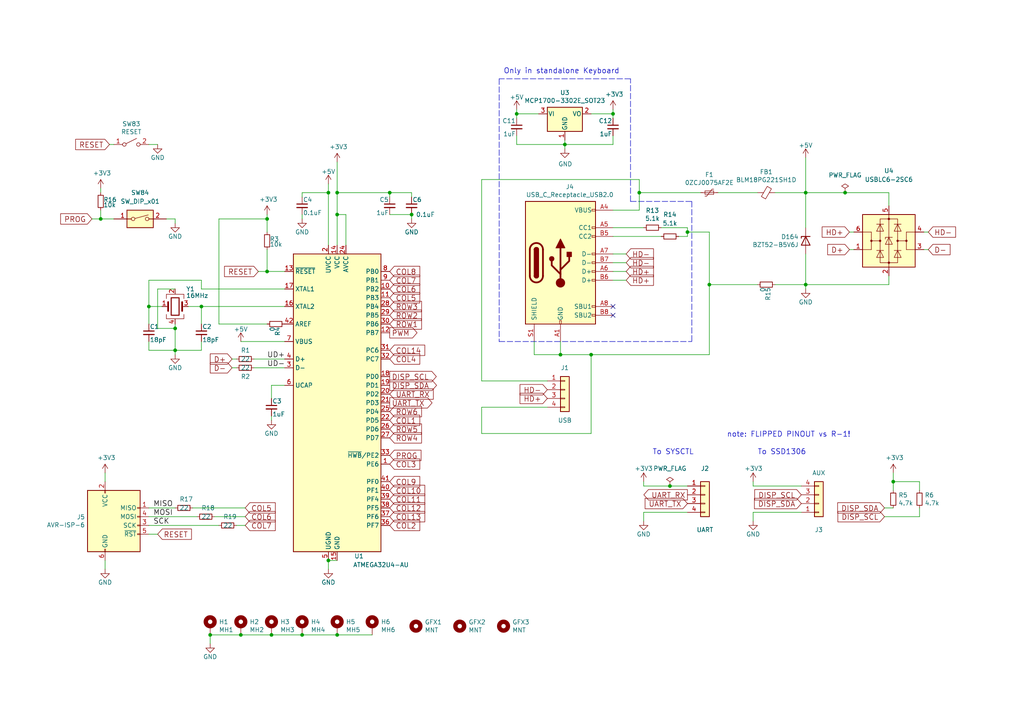
<source format=kicad_sch>
(kicad_sch (version 20211123) (generator eeschema)
  (paper "A4")
  (title_block (title "MNT Reform 2 Keyboard") (date "2022-03-03") (rev "2.0R-2") (company "Copyright 2017-2022 MNT Research GmbH") (comment 1 "https://mntre.com") (comment 2 "Engineer: Lukas F. Hartmann") (comment 3 "License: CERN-OHL-S 2.0"))
  (lib_symbols
    (symbol "Connector:AVR-ISP-6" (pin_names (offset 1.016))
      (property "Reference" "J" (at -6.35 11.43 0))
      (property "Value" "AVR-ISP-6" (at 0 11.43 0))
      (symbol "AVR-ISP-6_1_1"
        (pin passive line (at 10.16 5.08 180) (length 2.54) (name "MISO") (number "1"))
        (pin passive line (at -2.54 12.7 270) (length 2.54) (name "VCC") (number "2"))
        (pin passive line (at 10.16 0 180) (length 2.54) (name "SCK") (number "3"))
        (pin passive line (at 10.16 2.54 180) (length 2.54) (name "MOSI") (number "4"))
        (pin passive line (at 10.16 -2.54 180) (length 2.54) (name "~{RST}") (number "5"))
        (pin passive line (at -2.54 -10.16 90) (length 2.54) (name "GND") (number "6"))
      )
    )
    (symbol "Connector_Generic:Conn_01x04" (pin_names (offset 1.016) hide)
      (property "Reference" "J" (at 0 5.08 0))
      (property "Value" "Conn_01x04" (at 0 -7.62 0))
      (symbol "Conn_01x04_1_1"
        (pin passive line (at -5.08 2.54 0) (length 3.81) (name "Pin_1") (number "1"))
        (pin passive line (at -5.08 0 0) (length 3.81) (name "Pin_2") (number "2"))
        (pin passive line (at -5.08 -2.54 0) (length 3.81) (name "Pin_3") (number "3"))
        (pin passive line (at -5.08 -5.08 0) (length 3.81) (name "Pin_4") (number "4"))
      )
    )
    (symbol "Device:C_Small" (pin_numbers hide) (pin_names (offset 0.254) hide)
      (property "Reference" "C" (at 0.254 1.778 0))
      (property "Value" "C_Small" (at 0.254 -2.032 0))
      (symbol "C_Small_1_1"
        (pin passive line (at 0 2.54 270) (length 2.032) (name "~") (number "1"))
        (pin passive line (at 0 -2.54 90) (length 2.032) (name "~") (number "2"))
      )
    )
    (symbol "Device:Crystal_GND24" (pin_names (offset 1.016) hide)
      (property "Reference" "Y" (at 3.175 5.08 0))
      (property "Value" "Crystal_GND24" (at 3.175 3.175 0))
      (symbol "Crystal_GND24_1_1"
        (pin passive line (at -3.81 0 0) (length 1.27) (name "1") (number "1"))
        (pin passive line (at 0 5.08 270) (length 1.27) (name "2") (number "2"))
        (pin passive line (at 3.81 0 180) (length 1.27) (name "3") (number "3"))
        (pin passive line (at 0 -5.08 90) (length 1.27) (name "4") (number "4"))
      )
    )
    (symbol "Device:FerriteBead_Small" (pin_numbers hide) (pin_names (offset 0))
      (property "Reference" "FB" (at 1.905 1.27 0))
      (property "Value" "FerriteBead_Small" (at 1.905 -1.27 0))
      (symbol "FerriteBead_Small_1_1"
        (pin passive line (at 0 2.54 270) (length 1.27) (name "~") (number "1"))
        (pin passive line (at 0 -2.54 90) (length 1.27) (name "~") (number "2"))
      )
    )
    (symbol "Device:Polyfuse_Small" (pin_numbers hide) (pin_names (offset 0))
      (property "Reference" "F" (at -1.905 0 90))
      (property "Value" "Polyfuse_Small" (at 1.905 0 90))
      (symbol "Polyfuse_Small_1_1"
        (pin passive line (at 0 2.54 270) (length 0.635) (name "~") (number "1"))
        (pin passive line (at 0 -2.54 90) (length 0.635) (name "~") (number "2"))
      )
    )
    (symbol "Device:R_Small" (pin_numbers hide) (pin_names (offset 0.254) hide)
      (property "Reference" "R" (at 0.762 0.508 0))
      (property "Value" "R_Small" (at 0.762 -1.016 0))
      (symbol "R_Small_1_1"
        (pin passive line (at 0 2.54 270) (length 0.762) (name "~") (number "1"))
        (pin passive line (at 0 -2.54 90) (length 0.762) (name "~") (number "2"))
      )
    )
    (symbol "Diode:BZT52Bxx" (pin_numbers hide) (pin_names hide)
      (property "Reference" "D" (at 0 2.54 0))
      (property "Value" "BZT52Bxx" (at 0 -2.54 0))
      (symbol "BZT52Bxx_1_1"
        (pin passive line (at -3.81 0 0) (length 2.54) (name "K") (number "1"))
        (pin passive line (at 3.81 0 180) (length 2.54) (name "A") (number "2"))
      )
    )
    (symbol "Mechanical:MountingHole" (pin_names (offset 1.016))
      (property "Reference" "H" (at 0 5.08 0))
      (property "Value" "MountingHole" (at 0 3.175 0))
    )
    (symbol "Mechanical:MountingHole_Pad" (pin_numbers hide) (pin_names (offset 1.016) hide)
      (property "Reference" "H" (at 0 6.35 0))
      (property "Value" "MountingHole_Pad" (at 0 4.445 0))
      (symbol "MountingHole_Pad_1_1"
        (pin input line (at 0 -2.54 90) (length 2.54) (name "1") (number "1"))
      )
    )
    (symbol "Power_Protection:USBLC6-2SC6" (pin_names hide)
      (property "Reference" "U" (at 2.54 8.89 0))
      (property "Value" "USBLC6-2SC6" (at 2.54 -8.89 0))
      (symbol "USBLC6-2SC6_1_1"
        (pin passive line (at -10.16 -2.54 0) (length 2.54) (name "I/O1") (number "1"))
        (pin passive line (at 0 -10.16 90) (length 2.54) (name "GND") (number "2"))
        (pin passive line (at 10.16 -2.54 180) (length 2.54) (name "I/O2") (number "3"))
        (pin passive line (at 10.16 2.54 180) (length 2.54) (name "I/O2") (number "4"))
        (pin passive line (at 0 10.16 270) (length 2.54) (name "VBUS") (number "5"))
        (pin passive line (at -10.16 2.54 0) (length 2.54) (name "I/O1") (number "6"))
      )
    )
    (symbol "Regulator_Linear:MCP1700-3302E_SOT23" (pin_names (offset 0.254))
      (property "Reference" "U" (at -3.81 3.175 0))
      (property "Value" "MCP1700-3302E_SOT23" (at 0 3.175 0))
      (symbol "MCP1700-3302E_SOT23_1_1"
        (pin power_in line (at 0 -7.62 90) (length 2.54) (name "GND") (number "1"))
        (pin power_out line (at 7.62 0 180) (length 2.54) (name "VO") (number "2"))
        (pin power_in line (at -7.62 0 0) (length 2.54) (name "VI") (number "3"))
      )
    )
    (symbol "Switch:SW_DIP_x01" (pin_names (offset 0) hide)
      (property "Reference" "SW" (at 0 3.81 0))
      (property "Value" "SW_DIP_x01" (at 0 -3.81 0))
      (symbol "SW_DIP_x01_1_1"
        (pin passive line (at -7.62 0 0) (length 5.08) (name "~") (number "1"))
        (pin passive line (at 7.62 0 180) (length 5.08) (name "~") (number "2"))
      )
    )
    (symbol "Switch:SW_SPST" (pin_names (offset 0) hide)
      (property "Reference" "SW" (at 0 3.175 0))
      (property "Value" "SW_SPST" (at 0 -2.54 0))
      (symbol "SW_SPST_1_1"
        (pin passive line (at -5.08 0 0) (length 2.54) (name "A") (number "1"))
        (pin passive line (at 5.08 0 180) (length 2.54) (name "B") (number "2"))
      )
    )
    (symbol "power:+3V3" (power) (pin_names (offset 0))
      (property "Value" "+3V3" (at 0 3.556 0))
      (symbol "+3V3_1_1"
        (pin power_in line (at 0 0 90) (length 0) hide (name "+3V3") (number "1"))
      )
    )
    (symbol "power:+5V" (power) (pin_names (offset 0))
      (property "Value" "+5V" (at 0 3.556 0))
      (symbol "+5V_1_1"
        (pin power_in line (at 0 0 90) (length 0) hide (name "+5V") (number "1"))
      )
    )
    (symbol "power:GND" (power) (pin_names (offset 0))
      (property "Value" "GND" (at 0 -3.81 0))
      (symbol "GND_1_1"
        (pin power_in line (at 0 0 270) (length 0) hide (name "GND") (number "1"))
      )
    )
    (symbol "power:PWR_FLAG" (power) (pin_numbers hide) (pin_names (offset 0) hide)
      (property "Value" "PWR_FLAG" (at 0 3.81 0))
      (symbol "PWR_FLAG_0_0"
        (pin power_out line (at 0 0 90) (length 0) (name "pwr") (number "1"))
      )
    )
    (symbol "reform2-keyboard-rescue:ATmega32U4-AU-MCU_Microchip_ATmega"
      (property "Reference" "U" (at -12.7 44.45 0))
      (property "Value" "ATmega32U4-AU-MCU_Microchip_ATmega" (at 2.54 -44.45 0))
      (symbol "ATmega32U4-AU-MCU_Microchip_ATmega_1_1"
        (pin tri_state line (at 15.24 -17.78 180) (length 2.54) (name "PE6") (number "1"))
        (pin tri_state line (at 15.24 33.02 180) (length 2.54) (name "PB2") (number "10"))
        (pin tri_state line (at 15.24 30.48 180) (length 2.54) (name "PB3") (number "11"))
        (pin tri_state line (at 15.24 20.32 180) (length 2.54) (name "PB7") (number "12"))
        (pin input line (at -15.24 38.1 0) (length 2.54) (name "~{RESET}") (number "13"))
        (pin power_in line (at 0 45.72 270) (length 2.54) (name "VCC") (number "14"))
        (pin power_in line (at 0 -45.72 90) (length 2.54) (name "GND") (number "15"))
        (pin output line (at -15.24 27.94 0) (length 2.54) (name "XTAL2") (number "16"))
        (pin input line (at -15.24 33.02 0) (length 2.54) (name "XTAL1") (number "17"))
        (pin tri_state line (at 15.24 7.62 180) (length 2.54) (name "PD0") (number "18"))
        (pin tri_state line (at 15.24 5.08 180) (length 2.54) (name "PD1") (number "19"))
        (pin power_in line (at -2.54 45.72 270) (length 2.54) (name "UVCC") (number "2"))
        (pin tri_state line (at 15.24 2.54 180) (length 2.54) (name "PD2") (number "20"))
        (pin tri_state line (at 15.24 0 180) (length 2.54) (name "PD3") (number "21"))
        (pin tri_state line (at 15.24 -5.08 180) (length 2.54) (name "PD5") (number "22"))
        (pin passive line (at 0 -45.72 90) (length 2.54) hide (name "GND") (number "23"))
        (pin power_in line (at 2.54 45.72 270) (length 2.54) (name "AVCC") (number "24"))
        (pin tri_state line (at 15.24 -2.54 180) (length 2.54) (name "PD4") (number "25"))
        (pin tri_state line (at 15.24 -7.62 180) (length 2.54) (name "PD6") (number "26"))
        (pin tri_state line (at 15.24 -10.16 180) (length 2.54) (name "PD7") (number "27"))
        (pin tri_state line (at 15.24 27.94 180) (length 2.54) (name "PB4") (number "28"))
        (pin tri_state line (at 15.24 25.4 180) (length 2.54) (name "PB5") (number "29"))
        (pin bidirectional line (at -15.24 10.16 0) (length 2.54) (name "D-") (number "3"))
        (pin tri_state line (at 15.24 22.86 180) (length 2.54) (name "PB6") (number "30"))
        (pin tri_state line (at 15.24 15.24 180) (length 2.54) (name "PC6") (number "31"))
        (pin tri_state line (at 15.24 12.7 180) (length 2.54) (name "PC7") (number "32"))
        (pin tri_state line (at 15.24 -15.24 180) (length 2.54) (name "~{HWB}/PE2") (number "33"))
        (pin passive line (at 0 45.72 270) (length 2.54) hide (name "VCC") (number "34"))
        (pin passive line (at 0 -45.72 90) (length 2.54) hide (name "GND") (number "35"))
        (pin tri_state line (at 15.24 -35.56 180) (length 2.54) (name "PF7") (number "36"))
        (pin tri_state line (at 15.24 -33.02 180) (length 2.54) (name "PF6") (number "37"))
        (pin tri_state line (at 15.24 -30.48 180) (length 2.54) (name "PF5") (number "38"))
        (pin tri_state line (at 15.24 -27.94 180) (length 2.54) (name "PF4") (number "39"))
        (pin bidirectional line (at -15.24 12.7 0) (length 2.54) (name "D+") (number "4"))
        (pin tri_state line (at 15.24 -25.4 180) (length 2.54) (name "PF1") (number "40"))
        (pin tri_state line (at 15.24 -22.86 180) (length 2.54) (name "PF0") (number "41"))
        (pin passive line (at -15.24 22.86 0) (length 2.54) (name "AREF") (number "42"))
        (pin passive line (at 0 -45.72 90) (length 2.54) hide (name "GND") (number "43"))
        (pin passive line (at 2.54 45.72 270) (length 2.54) hide (name "AVCC") (number "44"))
        (pin passive line (at -2.54 -45.72 90) (length 2.54) (name "UGND") (number "5"))
        (pin passive line (at -15.24 5.08 0) (length 2.54) (name "UCAP") (number "6"))
        (pin input line (at -15.24 17.78 0) (length 2.54) (name "VBUS") (number "7"))
        (pin tri_state line (at 15.24 38.1 180) (length 2.54) (name "PB0") (number "8"))
        (pin tri_state line (at 15.24 35.56 180) (length 2.54) (name "PB1") (number "9"))
      )
    )
    (symbol "reform2-keyboard-rescue:USB_C_Receptacle_USB2.0-Connector" (pin_names (offset 1.016))
      (property "Reference" "J" (at -10.16 19.05 0))
      (property "Value" "USB_C_Receptacle_USB2.0-Connector" (at 19.05 19.05 0))
      (symbol "USB_C_Receptacle_USB2.0-Connector_1_1"
        (pin power_in line (at 0 -22.86 90) (length 5.08) (name "GND") (number "A1"))
        (pin passive line (at 0 -22.86 90) (length 5.08) hide (name "GND") (number "A12"))
        (pin power_in line (at 15.24 15.24 180) (length 5.08) (name "VBUS") (number "A4"))
        (pin bidirectional line (at 15.24 10.16 180) (length 5.08) (name "CC1") (number "A5"))
        (pin bidirectional line (at 15.24 -2.54 180) (length 5.08) (name "D+") (number "A6"))
        (pin bidirectional line (at 15.24 2.54 180) (length 5.08) (name "D-") (number "A7"))
        (pin bidirectional line (at 15.24 -12.7 180) (length 5.08) (name "SBU1") (number "A8"))
        (pin passive line (at 15.24 15.24 180) (length 5.08) hide (name "VBUS") (number "A9"))
        (pin passive line (at 0 -22.86 90) (length 5.08) hide (name "GND") (number "B1"))
        (pin passive line (at 0 -22.86 90) (length 5.08) hide (name "GND") (number "B12"))
        (pin passive line (at 15.24 15.24 180) (length 5.08) hide (name "VBUS") (number "B4"))
        (pin bidirectional line (at 15.24 7.62 180) (length 5.08) (name "CC2") (number "B5"))
        (pin bidirectional line (at 15.24 -5.08 180) (length 5.08) (name "D+") (number "B6"))
        (pin bidirectional line (at 15.24 0 180) (length 5.08) (name "D-") (number "B7"))
        (pin bidirectional line (at 15.24 -15.24 180) (length 5.08) (name "SBU2") (number "B8"))
        (pin passive line (at 15.24 15.24 180) (length 5.08) hide (name "VBUS") (number "B9"))
        (pin passive line (at -7.62 -22.86 90) (length 5.08) (name "SHIELD") (number "S1"))
      )
    )
  )
  (junction (at 119.38 62.23))
  (junction (at 77.47 63.5))
  (junction (at 50.8 101.6))
  (junction (at 78.74 184.15))
  (junction (at 97.79 55.88))
  (junction (at 50.8 95.25))
  (junction (at 162.56 102.87))
  (junction (at 97.79 184.15))
  (junction (at 163.83 41.91))
  (junction (at 95.25 55.88))
  (junction (at 233.68 55.88))
  (junction (at 233.68 82.55))
  (junction (at 177.8 33.02))
  (junction (at 60.96 184.15))
  (junction (at 245.11 55.88))
  (junction (at 171.45 102.87))
  (junction (at 149.86 33.02))
  (junction (at 29.21 63.5))
  (junction (at 97.79 62.23))
  (junction (at 43.18 88.9))
  (junction (at 113.03 55.88))
  (junction (at 205.74 82.55))
  (junction (at 58.42 88.9))
  (junction (at 69.85 184.15))
  (junction (at 95.25 162.56))
  (junction (at 77.47 78.74))
  (junction (at 185.42 55.88))
  (junction (at 259.08 139.7))
  (junction (at 87.63 184.15))
  (junction (at 194.31 140.97))
  (junction (at 199.39 67.31))
  (no_connect (at 177.8 91.44))
  (no_connect (at 177.8 88.9))
  (wire (pts (xy 29.21 63.5) (xy 33.02 63.5)))
  (wire (pts (xy 139.7 118.11) (xy 158.75 118.11)))
  (wire (pts (xy 58.42 81.28) (xy 43.18 81.28)))
  (wire (pts (xy 163.83 41.91) (xy 149.86 41.91)))
  (wire (pts (xy 43.18 149.86) (xy 57.15 149.86)))
  (wire (pts (xy 73.66 106.68) (xy 82.55 106.68)))
  (wire (pts (xy 63.5 93.98) (xy 77.47 93.98)))
  (wire (pts (xy 149.86 33.02) (xy 156.21 33.02)))
  (wire (pts (xy 97.79 162.56) (xy 95.25 162.56)))
  (wire (pts (xy 218.44 148.59) (xy 232.41 148.59)))
  (wire (pts (xy 266.7 147.32) (xy 266.7 149.86)))
  (wire (pts (xy 43.18 152.4) (xy 63.5 152.4)))
  (wire (pts (xy 205.74 102.87) (xy 205.74 82.55)))
  (wire (pts (xy 113.03 55.88) (xy 119.38 55.88)))
  (wire (pts (xy 154.94 102.87) (xy 154.94 99.06)))
  (wire (pts (xy 191.77 66.04) (xy 199.39 66.04)))
  (wire (pts (xy 100.33 62.23) (xy 97.79 62.23)))
  (wire (pts (xy 95.25 55.88) (xy 95.25 71.12)))
  (wire (pts (xy 224.79 82.55) (xy 233.68 82.55)))
  (wire (pts (xy 95.25 162.56) (xy 95.25 165.1)))
  (wire (pts (xy 95.25 55.88) (xy 87.63 55.88)))
  (wire (pts (xy 233.68 55.88) (xy 245.11 55.88)))
  (wire (pts (xy 113.03 57.15) (xy 113.03 55.88)))
  (wire (pts (xy 87.63 63.5) (xy 87.63 62.23)))
  (wire (pts (xy 185.42 55.88) (xy 185.42 60.96)))
  (wire (pts (xy 163.83 40.64) (xy 163.83 41.91)))
  (wire (pts (xy 107.95 184.15) (xy 97.79 184.15)))
  (wire (pts (xy 149.86 31.75) (xy 149.86 33.02)))
  (wire (pts (xy 162.56 102.87) (xy 162.56 99.06)))
  (wire (pts (xy 58.42 88.9) (xy 58.42 93.98)))
  (wire (pts (xy 87.63 57.15) (xy 87.63 55.88)))
  (wire (pts (xy 194.31 140.97) (xy 199.39 140.97)))
  (wire (pts (xy 246.38 67.31) (xy 247.65 67.31)))
  (wire (pts (xy 63.5 63.5) (xy 77.47 63.5)))
  (wire (pts (xy 185.42 55.88) (xy 185.42 52.07)))
  (wire (pts (xy 233.68 73.66) (xy 233.68 82.55)))
  (polyline (pts (xy 182.88 58.42) (xy 182.88 22.86)))
  (wire (pts (xy 50.8 95.25) (xy 50.8 101.6)))
  (wire (pts (xy 205.74 67.31) (xy 205.74 82.55)))
  (wire (pts (xy 186.69 140.97) (xy 194.31 140.97)))
  (wire (pts (xy 233.68 83.82) (xy 233.68 82.55)))
  (wire (pts (xy 181.61 76.2) (xy 177.8 76.2)))
  (wire (pts (xy 58.42 83.82) (xy 58.42 81.28)))
  (wire (pts (xy 139.7 110.49) (xy 158.75 110.49)))
  (wire (pts (xy 119.38 63.5) (xy 119.38 62.23)))
  (wire (pts (xy 97.79 62.23) (xy 97.79 71.12)))
  (wire (pts (xy 45.72 83.82) (xy 45.72 95.25)))
  (polyline (pts (xy 144.78 22.86) (xy 144.78 99.06)))
  (wire (pts (xy 30.48 165.1) (xy 30.48 162.56)))
  (wire (pts (xy 45.72 154.94) (xy 43.18 154.94)))
  (wire (pts (xy 60.96 186.69) (xy 60.96 184.15)))
  (wire (pts (xy 26.67 63.5) (xy 29.21 63.5)))
  (wire (pts (xy 269.24 67.31) (xy 267.97 67.31)))
  (wire (pts (xy 181.61 78.74) (xy 177.8 78.74)))
  (wire (pts (xy 181.61 73.66) (xy 177.8 73.66)))
  (wire (pts (xy 45.72 41.91) (xy 43.18 41.91)))
  (wire (pts (xy 233.68 45.72) (xy 233.68 55.88)))
  (wire (pts (xy 71.12 149.86) (xy 62.23 149.86)))
  (wire (pts (xy 257.81 82.55) (xy 257.81 80.01)))
  (wire (pts (xy 139.7 118.11) (xy 139.7 125.73)))
  (wire (pts (xy 71.12 147.32) (xy 55.88 147.32)))
  (wire (pts (xy 186.69 148.59) (xy 199.39 148.59)))
  (wire (pts (xy 78.74 111.76) (xy 82.55 111.76)))
  (wire (pts (xy 171.45 102.87) (xy 205.74 102.87)))
  (wire (pts (xy 54.61 88.9) (xy 58.42 88.9)))
  (wire (pts (xy 139.7 125.73) (xy 171.45 125.73)))
  (wire (pts (xy 31.75 41.91) (xy 33.02 41.91)))
  (wire (pts (xy 77.47 63.5) (xy 77.47 67.31)))
  (wire (pts (xy 71.12 152.4) (xy 68.58 152.4)))
  (wire (pts (xy 78.74 111.76) (xy 78.74 115.57)))
  (wire (pts (xy 58.42 83.82) (xy 82.55 83.82)))
  (wire (pts (xy 233.68 82.55) (xy 257.81 82.55)))
  (wire (pts (xy 77.47 62.23) (xy 77.47 63.5)))
  (wire (pts (xy 119.38 62.23) (xy 113.03 62.23)))
  (wire (pts (xy 50.8 93.98) (xy 50.8 95.25)))
  (wire (pts (xy 77.47 78.74) (xy 82.55 78.74)))
  (wire (pts (xy 43.18 101.6) (xy 43.18 99.06)))
  (wire (pts (xy 177.8 31.75) (xy 177.8 33.02)))
  (wire (pts (xy 259.08 139.7) (xy 259.08 142.24)))
  (wire (pts (xy 177.8 41.91) (xy 177.8 39.37)))
  (wire (pts (xy 97.79 46.99) (xy 97.79 55.88)))
  (wire (pts (xy 68.58 106.68) (xy 67.31 106.68)))
  (wire (pts (xy 149.86 33.02) (xy 149.86 34.29)))
  (wire (pts (xy 30.48 137.16) (xy 30.48 139.7)))
  (wire (pts (xy 177.8 66.04) (xy 186.69 66.04)))
  (wire (pts (xy 46.99 88.9) (xy 43.18 88.9)))
  (wire (pts (xy 50.8 101.6) (xy 50.8 102.87)))
  (wire (pts (xy 100.33 62.23) (xy 100.33 71.12)))
  (wire (pts (xy 199.39 68.58) (xy 196.85 68.58)))
  (wire (pts (xy 218.44 140.97) (xy 218.44 139.7)))
  (polyline (pts (xy 200.66 58.42) (xy 200.66 99.06)))
  (wire (pts (xy 177.8 33.02) (xy 171.45 33.02)))
  (wire (pts (xy 58.42 101.6) (xy 58.42 99.06)))
  (wire (pts (xy 185.42 60.96) (xy 177.8 60.96)))
  (wire (pts (xy 245.11 55.88) (xy 257.81 55.88)))
  (wire (pts (xy 29.21 54.61) (xy 29.21 55.88)))
  (wire (pts (xy 177.8 68.58) (xy 191.77 68.58)))
  (wire (pts (xy 259.08 137.16) (xy 259.08 139.7)))
  (wire (pts (xy 181.61 81.28) (xy 177.8 81.28)))
  (wire (pts (xy 43.18 101.6) (xy 50.8 101.6)))
  (wire (pts (xy 218.44 151.13) (xy 218.44 148.59)))
  (wire (pts (xy 45.72 95.25) (xy 50.8 95.25)))
  (wire (pts (xy 50.8 63.5) (xy 48.26 63.5)))
  (wire (pts (xy 50.8 101.6) (xy 58.42 101.6)))
  (wire (pts (xy 266.7 149.86) (xy 256.54 149.86)))
  (wire (pts (xy 68.58 104.14) (xy 67.31 104.14)))
  (wire (pts (xy 269.24 72.39) (xy 267.97 72.39)))
  (wire (pts (xy 233.68 55.88) (xy 233.68 66.04)))
  (wire (pts (xy 199.39 67.31) (xy 199.39 68.58)))
  (wire (pts (xy 43.18 147.32) (xy 50.8 147.32)))
  (wire (pts (xy 171.45 125.73) (xy 171.45 102.87)))
  (wire (pts (xy 199.39 66.04) (xy 199.39 67.31)))
  (wire (pts (xy 77.47 72.39) (xy 77.47 78.74)))
  (wire (pts (xy 60.96 184.15) (xy 69.85 184.15)))
  (wire (pts (xy 58.42 88.9) (xy 82.55 88.9)))
  (wire (pts (xy 154.94 102.87) (xy 162.56 102.87)))
  (wire (pts (xy 50.8 64.77) (xy 50.8 63.5)))
  (wire (pts (xy 162.56 102.87) (xy 171.45 102.87)))
  (wire (pts (xy 199.39 67.31) (xy 205.74 67.31)))
  (wire (pts (xy 50.8 83.82) (xy 45.72 83.82)))
  (wire (pts (xy 97.79 55.88) (xy 97.79 62.23)))
  (wire (pts (xy 78.74 121.92) (xy 78.74 120.65)))
  (wire (pts (xy 266.7 139.7) (xy 266.7 142.24)))
  (wire (pts (xy 139.7 52.07) (xy 139.7 110.49)))
  (wire (pts (xy 177.8 34.29) (xy 177.8 33.02)))
  (wire (pts (xy 73.66 104.14) (xy 82.55 104.14)))
  (wire (pts (xy 149.86 41.91) (xy 149.86 39.37)))
  (wire (pts (xy 29.21 60.96) (xy 29.21 63.5)))
  (wire (pts (xy 218.44 140.97) (xy 232.41 140.97)))
  (wire (pts (xy 205.74 82.55) (xy 219.71 82.55)))
  (wire (pts (xy 186.69 151.13) (xy 186.69 148.59)))
  (wire (pts (xy 247.65 72.39) (xy 246.38 72.39)))
  (wire (pts (xy 69.85 99.06) (xy 82.55 99.06)))
  (wire (pts (xy 78.74 184.15) (xy 87.63 184.15)))
  (wire (pts (xy 256.54 147.32) (xy 259.08 147.32)))
  (wire (pts (xy 97.79 184.15) (xy 87.63 184.15)))
  (wire (pts (xy 163.83 41.91) (xy 177.8 41.91)))
  (wire (pts (xy 97.79 55.88) (xy 113.03 55.88)))
  (polyline (pts (xy 182.88 58.42) (xy 200.66 58.42)))
  (wire (pts (xy 185.42 55.88) (xy 203.2 55.88)))
  (wire (pts (xy 43.18 81.28) (xy 43.18 88.9)))
  (wire (pts (xy 259.08 139.7) (xy 266.7 139.7)))
  (wire (pts (xy 163.83 41.91) (xy 163.83 43.18)))
  (wire (pts (xy 63.5 93.98) (xy 63.5 63.5)))
  (wire (pts (xy 95.25 53.34) (xy 95.25 55.88)))
  (wire (pts (xy 119.38 55.88) (xy 119.38 57.15)))
  (wire (pts (xy 186.69 139.7) (xy 186.69 140.97)))
  (polyline (pts (xy 144.78 99.06) (xy 200.66 99.06)))
  (wire (pts (xy 43.18 88.9) (xy 43.18 93.98)))
  (wire (pts (xy 224.79 55.88) (xy 233.68 55.88)))
  (wire (pts (xy 185.42 52.07) (xy 139.7 52.07)))
  (wire (pts (xy 69.85 184.15) (xy 78.74 184.15)))
  (wire (pts (xy 74.93 78.74) (xy 77.47 78.74)))
  (polyline (pts (xy 182.88 22.86) (xy 144.78 22.86)))
  (wire (pts (xy 208.28 55.88) (xy 219.71 55.88)))
  (wire (pts (xy 257.81 55.88) (xy 257.81 59.69)))
  (text "To SSD1306" (at 219.71 132.08 0) (effects (font (size 1.524 1.524)) (justify left bottom)))
  (text "note: FLIPPED PINOUT vs R-1!" (at 210.82 127 0) (effects (font (size 1.524 1.524)) (justify left bottom)))
  (text "To SYSCTL" (at 189.23 132.08 0) (effects (font (size 1.524 1.524)) (justify left bottom)))
  (text "Only in standalone Keyboard" (at 146.05 21.59 0) (effects (font (size 1.524 1.524)) (justify left bottom)))
  (label "UD+" (at 77.47 104.14 0) (effects (font (size 1.524 1.524))))
  (label "UD-" (at 77.47 106.68 0) (effects (font (size 1.524 1.524))))
  (label "MOSI" (at 44.45 149.86 0) (effects (font (size 1.524 1.524))))
  (label "MISO" (at 44.45 147.32 0) (effects (font (size 1.524 1.524))))
  (label "SCK" (at 44.45 152.4 0) (effects (font (size 1.524 1.524))))
  (global_label "COL6" (shape input) (at 113.03 83.82 0) (effects (font (size 1.524 1.524))) (property "Intersheet References" "${INTERSHEET_REFS}" (effects hide)))
  (global_label "COL1" (shape input) (at 113.03 121.92 0) (effects (font (size 1.524 1.524))) (property "Intersheet References" "${INTERSHEET_REFS}" (effects hide)))
  (global_label "COL7" (shape input) (at 71.12 152.4 0) (effects (font (size 1.524 1.524))) (property "Intersheet References" "${INTERSHEET_REFS}" (effects hide)))
  (global_label "HD+" (shape input) (at 181.61 78.74 0) (effects (font (size 1.524 1.524))) (property "Intersheet References" "${INTERSHEET_REFS}" (effects hide)))
  (global_label "COL2" (shape input) (at 113.03 152.4 0) (effects (font (size 1.524 1.524))) (property "Intersheet References" "${INTERSHEET_REFS}" (effects hide)))
  (global_label "ROW5" (shape input) (at 113.03 124.46 0) (effects (font (size 1.524 1.524))) (property "Intersheet References" "${INTERSHEET_REFS}" (effects hide)))
  (global_label "COL3" (shape input) (at 113.03 134.62 0) (effects (font (size 1.524 1.524))) (property "Intersheet References" "${INTERSHEET_REFS}" (effects hide)))
  (global_label "COL12" (shape input) (at 113.03 147.32 0) (effects (font (size 1.524 1.524))) (property "Intersheet References" "${INTERSHEET_REFS}" (effects hide)))
  (global_label "COL10" (shape input) (at 113.03 142.24 0) (effects (font (size 1.524 1.524))) (property "Intersheet References" "${INTERSHEET_REFS}" (effects hide)))
  (global_label "COL6" (shape input) (at 71.12 149.86 0) (effects (font (size 1.524 1.524))) (property "Intersheet References" "${INTERSHEET_REFS}" (effects hide)))
  (global_label "HD+" (shape input) (at 158.75 115.57 180) (effects (font (size 1.524 1.524))) (property "Intersheet References" "${INTERSHEET_REFS}" (effects hide)))
  (global_label "DISP_SCL" (shape input) (at 256.54 149.86 180) (effects (font (size 1.524 1.524))) (property "Intersheet References" "${INTERSHEET_REFS}" (effects hide)))
  (global_label "DISP_SCL" (shape output) (at 113.03 109.22 0) (effects (font (size 1.524 1.524))) (property "Intersheet References" "${INTERSHEET_REFS}" (effects hide)))
  (global_label "DISP_SCL" (shape input) (at 232.41 143.51 180) (effects (font (size 1.524 1.524))) (property "Intersheet References" "${INTERSHEET_REFS}" (effects hide)))
  (global_label "HD+" (shape input) (at 181.61 81.28 0) (effects (font (size 1.524 1.524))) (property "Intersheet References" "${INTERSHEET_REFS}" (effects hide)))
  (global_label "COL4" (shape input) (at 113.03 104.14 0) (effects (font (size 1.524 1.524))) (property "Intersheet References" "${INTERSHEET_REFS}" (effects hide)))
  (global_label "D+" (shape input) (at 246.38 72.39 180) (effects (font (size 1.524 1.524))) (property "Intersheet References" "${INTERSHEET_REFS}" (effects hide)))
  (global_label "RESET" (shape input) (at 74.93 78.74 180) (effects (font (size 1.524 1.524))) (property "Intersheet References" "${INTERSHEET_REFS}" (effects hide)))
  (global_label "HD-" (shape input) (at 181.61 76.2 0) (effects (font (size 1.524 1.524))) (property "Intersheet References" "${INTERSHEET_REFS}" (effects hide)))
  (global_label "COL9" (shape input) (at 113.03 139.7 0) (effects (font (size 1.524 1.524))) (property "Intersheet References" "${INTERSHEET_REFS}" (effects hide)))
  (global_label "ROW3" (shape input) (at 113.03 88.9 0) (effects (font (size 1.524 1.524))) (property "Intersheet References" "${INTERSHEET_REFS}" (effects hide)))
  (global_label "HD-" (shape input) (at 181.61 73.66 0) (effects (font (size 1.524 1.524))) (property "Intersheet References" "${INTERSHEET_REFS}" (effects hide)))
  (global_label "PROG" (shape input) (at 26.67 63.5 180) (effects (font (size 1.524 1.524))) (property "Intersheet References" "${INTERSHEET_REFS}" (effects hide)))
  (global_label "PROG" (shape input) (at 113.03 132.08 0) (effects (font (size 1.524 1.524))) (property "Intersheet References" "${INTERSHEET_REFS}" (effects hide)))
  (global_label "COL14" (shape input) (at 113.03 101.6 0) (effects (font (size 1.524 1.524))) (property "Intersheet References" "${INTERSHEET_REFS}" (effects hide)))
  (global_label "HD+" (shape input) (at 246.38 67.31 180) (effects (font (size 1.524 1.524))) (property "Intersheet References" "${INTERSHEET_REFS}" (effects hide)))
  (global_label "UART_RX" (shape input) (at 113.03 114.3 0) (effects (font (size 1.524 1.524))) (property "Intersheet References" "${INTERSHEET_REFS}" (effects hide)))
  (global_label "HD-" (shape input) (at 158.75 113.03 180) (effects (font (size 1.524 1.524))) (property "Intersheet References" "${INTERSHEET_REFS}" (effects hide)))
  (global_label "ROW2" (shape input) (at 113.03 91.44 0) (effects (font (size 1.524 1.524))) (property "Intersheet References" "${INTERSHEET_REFS}" (effects hide)))
  (global_label "COL5" (shape input) (at 71.12 147.32 0) (effects (font (size 1.524 1.524))) (property "Intersheet References" "${INTERSHEET_REFS}" (effects hide)))
  (global_label "COL11" (shape input) (at 113.03 144.78 0) (effects (font (size 1.524 1.524))) (property "Intersheet References" "${INTERSHEET_REFS}" (effects hide)))
  (global_label "ROW6" (shape input) (at 113.03 119.38 0) (effects (font (size 1.524 1.524))) (property "Intersheet References" "${INTERSHEET_REFS}" (effects hide)))
  (global_label "HD-" (shape input) (at 269.24 67.31 0) (effects (font (size 1.524 1.524))) (property "Intersheet References" "${INTERSHEET_REFS}" (effects hide)))
  (global_label "COL5" (shape input) (at 113.03 86.36 0) (effects (font (size 1.524 1.524))) (property "Intersheet References" "${INTERSHEET_REFS}" (effects hide)))
  (global_label "DISP_SDA" (shape output) (at 113.03 111.76 0) (effects (font (size 1.524 1.524))) (property "Intersheet References" "${INTERSHEET_REFS}" (effects hide)))
  (global_label "PWM" (shape output) (at 113.03 96.52 0) (effects (font (size 1.524 1.524))) (property "Intersheet References" "${INTERSHEET_REFS}" (effects hide)))
  (global_label "RESET" (shape input) (at 31.75 41.91 180) (effects (font (size 1.524 1.524))) (property "Intersheet References" "${INTERSHEET_REFS}" (effects hide)))
  (global_label "COL7" (shape input) (at 113.03 81.28 0) (effects (font (size 1.524 1.524))) (property "Intersheet References" "${INTERSHEET_REFS}" (effects hide)))
  (global_label "D-" (shape input) (at 269.24 72.39 0) (effects (font (size 1.524 1.524))) (property "Intersheet References" "${INTERSHEET_REFS}" (effects hide)))
  (global_label "COL13" (shape input) (at 113.03 149.86 0) (effects (font (size 1.524 1.524))) (property "Intersheet References" "${INTERSHEET_REFS}" (effects hide)))
  (global_label "ROW1" (shape input) (at 113.03 93.98 0) (effects (font (size 1.524 1.524))) (property "Intersheet References" "${INTERSHEET_REFS}" (effects hide)))
  (global_label "UART_TX" (shape input) (at 199.39 146.05 180) (effects (font (size 1.524 1.524))) (property "Intersheet References" "${INTERSHEET_REFS}" (effects hide)))
  (global_label "RESET" (shape input) (at 45.72 154.94 0) (effects (font (size 1.524 1.524))) (property "Intersheet References" "${INTERSHEET_REFS}" (effects hide)))
  (global_label "D+" (shape input) (at 67.31 104.14 180) (effects (font (size 1.524 1.524))) (property "Intersheet References" "${INTERSHEET_REFS}" (effects hide)))
  (global_label "UART_RX" (shape output) (at 199.39 143.51 180) (effects (font (size 1.524 1.524))) (property "Intersheet References" "${INTERSHEET_REFS}" (effects hide)))
  (global_label "COL8" (shape input) (at 113.03 78.74 0) (effects (font (size 1.524 1.524))) (property "Intersheet References" "${INTERSHEET_REFS}" (effects hide)))
  (global_label "DISP_SDA" (shape input) (at 232.41 146.05 180) (effects (font (size 1.524 1.524))) (property "Intersheet References" "${INTERSHEET_REFS}" (effects hide)))
  (global_label "DISP_SDA" (shape input) (at 256.54 147.32 180) (effects (font (size 1.524 1.524))) (property "Intersheet References" "${INTERSHEET_REFS}" (effects hide)))
  (global_label "D-" (shape input) (at 67.31 106.68 180) (effects (font (size 1.524 1.524))) (property "Intersheet References" "${INTERSHEET_REFS}" (effects hide)))
  (global_label "UART_TX" (shape output) (at 113.03 116.84 0) (effects (font (size 1.524 1.524))) (property "Intersheet References" "${INTERSHEET_REFS}" (effects hide)))
  (global_label "ROW4" (shape input) (at 113.03 127 0) (effects (font (size 1.524 1.524))) (property "Intersheet References" "${INTERSHEET_REFS}" (effects hide)))
  (symbol (lib_id "power:GND") (at 78.74 121.92 0) (unit 1)
    (property "Reference" "#PWR07" (effects hide))
    (property "Value" "GND" (at 78.74 125.73 0))
  )
  (symbol (lib_id "Device:C_Small") (at 43.18 96.52 0) (unit 1)
    (property "Reference" "C1" (at 43.434 94.742 0) (effects (justify left)))
    (property "Value" "18pF" (at 43.434 98.552 0) (effects (justify left)))
    (property "Footprint" "Capacitor_SMD:C_0603_1608Metric" (effects hide))
    (property "Manufacturer" "Yageo" (effects hide))
    (property "Manufacturer_No" "CC0603JRNPO9BN180" (effects hide))
    (property "LCSC" "C107040" (effects hide))
  )
  (symbol (lib_id "Device:C_Small") (at 58.42 96.52 0) (unit 1)
    (property "Reference" "C2" (at 58.674 94.742 0) (effects (justify left)))
    (property "Value" "18pF" (at 58.674 98.552 0) (effects (justify left)))
    (property "Footprint" "Capacitor_SMD:C_0603_1608Metric" (effects hide))
    (property "Manufacturer" "Yageo" (effects hide))
    (property "Manufacturer_No" "CC0603JRNPO9BN180" (effects hide))
    (property "LCSC" "C107040" (effects hide))
  )
  (symbol (lib_id "power:GND") (at 50.8 102.87 0) (unit 1)
    (property "Reference" "#PWR03" (effects hide))
    (property "Value" "GND" (at 50.8 106.68 0))
  )
  (symbol (lib_id "Device:C_Small") (at 78.74 118.11 0) (unit 1)
    (property "Reference" "C3" (at 78.994 116.332 0) (effects (justify left)))
    (property "Value" "1uF" (at 78.994 120.142 0) (effects (justify left)))
    (property "Footprint" "Capacitor_SMD:C_0603_1608Metric" (effects hide))
    (property "Manufacturer" "Yageo" (effects hide))
    (property "Manufacturer_No" "CC0603KRX5R8BB105" (effects hide))
    (property "LCSC" "C14664" (effects hide))
  )
  (symbol (lib_id "power:GND") (at 95.25 165.1 0) (unit 1)
    (property "Reference" "#PWR010" (effects hide))
    (property "Value" "GND" (at 95.25 168.91 0))
  )
  (symbol (lib_id "reform2-keyboard-rescue:ATmega32U4-AU-MCU_Microchip_ATmega") (at 97.79 116.84 0) (unit 1)
    (property "Reference" "U1" (at 104.14 161.29 0))
    (property "Value" "ATMEGA32U4-AU" (at 110.49 163.83 0))
    (property "Footprint" "Housings_QFP:TQFP-44_10x10mm_Pitch0.8mm" (effects hide))
    (property "Manufacturer" "Microchip" (effects hide))
    (property "Manufacturer_No" "ATMEGA32U4-AU / RC" (effects hide))
  )
  (symbol (lib_id "Connector_Generic:Conn_01x04") (at 163.83 113.03 0) (unit 1)
    (property "Reference" "J1" (at 163.83 106.68 0))
    (property "Value" "USB" (at 163.83 121.92 0))
    (property "Footprint" "Connector_JST:JST_PH_S4B-PH-SM4-TB_1x04-1MP_P2.00mm_Horizontal" (effects hide))
    (property "Manufacturer" "JST" (effects hide))
    (property "Manufacturer_No" "S4B-PH-SM4-K-TB(LF)(SN)" (effects hide))
    (property "Alt MPN" "62000411622" (effects hide))
    (property "Alt Manuf" "Würth" (effects hide))
    (property "LCSC" "C265332" (effects hide))
  )
  (symbol (lib_id "Device:R_Small") (at 71.12 106.68 270) (unit 1)
    (property "Reference" "R2" (at 69.85 109.22 90) (effects (justify left)))
    (property "Value" "22" (at 69.85 106.68 90) (effects (justify left)))
    (property "Footprint" "Resistor_SMD:R_0603_1608Metric" (effects hide))
    (property "Manufacturer" "Yageo" (effects hide))
    (property "Manufacturer_No" "RC0603FR-0722RL" (effects hide))
    (property "LCSC" "C107701" (effects hide))
  )
  (symbol (lib_id "Device:R_Small") (at 71.12 104.14 270) (unit 1)
    (property "Reference" "R1" (at 69.85 101.6 90) (effects (justify left)))
    (property "Value" "22" (at 69.85 104.14 90) (effects (justify left)))
    (property "Footprint" "Resistor_SMD:R_0603_1608Metric" (effects hide))
    (property "Manufacturer" "Yageo" (effects hide))
    (property "Manufacturer_No" "RC0603FR-0722RL" (effects hide))
    (property "LCSC" "C107701" (effects hide))
  )
  (symbol (lib_id "Device:R_Small") (at 77.47 69.85 0) (unit 1)
    (property "Reference" "R3" (at 78.232 69.342 0) (effects (justify left)))
    (property "Value" "10k" (at 78.232 70.866 0) (effects (justify left)))
    (property "Footprint" "Resistor_SMD:R_0603_1608Metric" (effects hide))
    (property "Manufacturer" "Yageo" (effects hide))
    (property "Manufacturer_No" "RC0603JR-0710KL" (effects hide))
    (property "LCSC" "C99198" (effects hide))
  )
  (symbol (lib_id "Device:C_Small") (at 113.03 59.69 0) (mirror y) (unit 1)
    (property "Reference" "C5" (at 112.776 57.912 0) (effects (justify left)))
    (property "Value" "1uF" (at 112.776 61.722 0) (effects (justify left)))
    (property "Footprint" "Capacitor_SMD:C_0603_1608Metric" (effects hide))
    (property "Manufacturer" "Yageo" (effects hide))
    (property "Manufacturer_No" "CC0603KRX5R8BB105" (effects hide))
    (property "LCSC" "C14664" (effects hide))
  )
  (symbol (lib_id "Device:C_Small") (at 87.63 59.69 0) (unit 1)
    (property "Reference" "C4" (at 87.884 57.912 0) (effects (justify left)))
    (property "Value" "0.1uF" (at 87.884 61.722 0) (effects (justify left)))
    (property "Footprint" "Capacitor_SMD:C_0603_1608Metric" (effects hide))
    (property "Manufacturer" "Yageo" (effects hide))
    (property "Manufacturer_No" "CC0603KRX7R9BB104" (effects hide))
    (property "LCSC" "C14663" (effects hide))
  )
  (symbol (lib_id "power:GND") (at 119.38 63.5 0) (mirror y) (unit 1)
    (property "Reference" "#PWR012" (effects hide))
    (property "Value" "GND" (at 119.38 67.31 0))
  )
  (symbol (lib_id "power:GND") (at 87.63 63.5 0) (unit 1)
    (property "Reference" "#PWR08" (effects hide))
    (property "Value" "GND" (at 87.63 67.31 0))
  )
  (symbol (lib_id "power:+5V") (at 95.25 53.34 0) (unit 1)
    (property "Reference" "#PWR09" (effects hide))
    (property "Value" "+5V" (at 95.25 49.784 0))
  )
  (symbol (lib_id "Device:Crystal_GND24") (at 50.8 88.9 0) (unit 1)
    (property "Reference" "Y1" (at 53.975 83.82 0) (effects (justify left)))
    (property "Value" "16MHz" (at 53.975 85.725 0) (effects (justify left)))
    (property "Footprint" "Crystal:Crystal_SMD_3225-4Pin_3.2x2.5mm" (effects hide))
    (property "Manufacturer" "Yangxing" (effects hide))
    (property "Manufacturer_No" "X322516MRB4SI" (effects hide))
    (property "Alt MPN" "ABM8AIG-16.000MHz-4-T" (effects hide))
    (property "Alt Manuf" "Abracon" (effects hide))
    (property "LCSC" "C70562" (effects hide))
  )
  (symbol (lib_id "power:+5V") (at 69.85 99.06 0) (unit 1)
    (property "Reference" "#PWR05" (effects hide))
    (property "Value" "+5V" (at 69.85 95.504 0))
  )
  (symbol (lib_id "Switch:SW_SPST") (at 38.1 41.91 0) (unit 1)
    (property "Reference" "SW83" (at 38.1 35.941 0))
    (property "Value" "RESET" (at 38.1 38.2524 0))
    (property "Footprint" "Button_Switch_SMD:SW_Push_1P1T_NO_CK_KMR2" (effects hide))
    (property "Manufacturer" "XKB" (effects hide))
    (property "Manufacturer_No" "TS-1185EC-C-D-B" (effects hide))
    (property "Alt MPN" "KMR221GLFS" (effects hide))
    (property "Alt Manuf" "C&K" (effects hide))
    (property "LCSC" "C318893" (effects hide))
  )
  (symbol (lib_id "power:GND") (at 45.72 41.91 0) (unit 1)
    (property "Reference" "#PWR01" (effects hide))
    (property "Value" "GND" (at 45.72 45.72 0))
  )
  (symbol (lib_id "Switch:SW_DIP_x01") (at 40.64 63.5 0) (unit 1)
    (property "Reference" "SW84" (at 40.64 55.88 0))
    (property "Value" "SW_DIP_x01" (at 40.64 58.42 0))
    (property "Footprint" "Button_Switch_SMD:SW_DIP_SPSTx01_Slide_Omron_A6S-110x_W8.9mm_P2.54mm" (effects hide))
    (property "Manufacturer" "Dongguan Guangzhu" (effects hide))
    (property "Manufacturer_No" "DSIC01LSGET" (effects hide))
    (property "Alt MPN" "418121270801" (effects hide))
    (property "Alt Manuf" "Würth" (effects hide))
    (property "LCSC" "C402914" (effects hide))
  )
  (symbol (lib_id "power:GND") (at 50.8 64.77 0) (unit 1)
    (property "Reference" "#PWR02" (effects hide))
    (property "Value" "GND" (at 50.8 68.58 0))
  )
  (symbol (lib_id "Device:R_Small") (at 80.01 93.98 270) (unit 1)
    (property "Reference" "R4" (at 80.518 94.742 0) (effects (justify left)))
    (property "Value" "0" (at 78.994 94.742 0) (effects (justify left)))
    (property "Footprint" "Resistor_SMD:R_0603_1608Metric" (effects hide))
    (property "Manufacturer" "Yageo" (effects hide))
    (property "Manufacturer_No" "RC0603JR-070RL" (effects hide))
    (property "LCSC" "C95177" (effects hide))
  )
  (symbol (lib_id "Connector_Generic:Conn_01x04") (at 204.47 143.51 0) (unit 1)
    (property "Reference" "J2" (at 204.47 135.89 0))
    (property "Value" "UART" (at 204.47 153.67 0))
    (property "Footprint" "Connector_JST:JST_PH_S4B-PH-SM4-TB_1x04-1MP_P2.00mm_Horizontal" (effects hide))
    (property "Manufacturer" "JST" (effects hide))
    (property "Manufacturer_No" "S4B-PH-SM4-K-TB(LF)(SN)" (effects hide))
    (property "Alt MPN" "62000411622" (effects hide))
    (property "Alt Manuf" "Würth" (effects hide))
    (property "LCSC" "C265332" (effects hide))
  )
  (symbol (lib_id "Mechanical:MountingHole_Pad") (at 60.96 181.61 0) (unit 1)
    (property "Reference" "H1" (at 63.5 180.3654 0) (effects (justify left)))
    (property "Value" "MH1" (at 63.5 182.6768 0) (effects (justify left)))
    (property "Footprint" "MountingHole:MountingHole_2.2mm_M2_Pad" (effects hide))
    (property "Manufacturer" "DNP" (effects hide))
    (property "Manufacturer_No" "DNP" (effects hide))
    (property "Flags" "DNP" (effects hide))
  )
  (symbol (lib_id "Mechanical:MountingHole_Pad") (at 69.85 181.61 0) (unit 1)
    (property "Reference" "H2" (at 72.39 180.3654 0) (effects (justify left)))
    (property "Value" "MH2" (at 72.39 182.6768 0) (effects (justify left)))
    (property "Footprint" "MountingHole:MountingHole_2.2mm_M2_Pad" (effects hide))
    (property "Manufacturer" "DNP" (effects hide))
    (property "Manufacturer_No" "DNP" (effects hide))
    (property "Flags" "DNP" (effects hide))
  )
  (symbol (lib_id "Mechanical:MountingHole_Pad") (at 78.74 181.61 0) (unit 1)
    (property "Reference" "H3" (at 81.28 180.3654 0) (effects (justify left)))
    (property "Value" "MH3" (at 81.28 182.6768 0) (effects (justify left)))
    (property "Footprint" "MountingHole:MountingHole_2.2mm_M2_Pad" (effects hide))
    (property "Manufacturer" "DNP" (effects hide))
    (property "Manufacturer_No" "DNP" (effects hide))
    (property "Flags" "DNP" (effects hide))
  )
  (symbol (lib_id "Mechanical:MountingHole_Pad") (at 87.63 181.61 0) (unit 1)
    (property "Reference" "H4" (at 90.17 180.3654 0) (effects (justify left)))
    (property "Value" "MH4" (at 90.17 182.6768 0) (effects (justify left)))
    (property "Footprint" "MountingHole:MountingHole_2.2mm_M2_Pad" (effects hide))
    (property "Manufacturer" "DNP" (effects hide))
    (property "Manufacturer_No" "DNP" (effects hide))
    (property "Flags" "DNP" (effects hide))
  )
  (symbol (lib_id "power:GND") (at 60.96 186.69 0) (unit 1)
    (property "Reference" "#PWR04" (effects hide))
    (property "Value" "GND" (at 60.96 190.5 0))
  )
  (symbol (lib_id "Mechanical:MountingHole") (at 120.65 181.61 0) (unit 1)
    (property "Reference" "GFX1" (at 123.19 180.4416 0) (effects (justify left)))
    (property "Value" "MNT" (at 123.19 182.753 0) (effects (justify left)))
    (property "Footprint" "reform2-keyboard:mntreform" (effects hide))
    (property "Manufacturer" "DNP" (effects hide))
    (property "Manufacturer_No" "DNP" (effects hide))
    (property "Flags" "DNP" (effects hide))
  )
  (symbol (lib_id "Mechanical:MountingHole") (at 133.35 181.61 0) (unit 1)
    (property "Reference" "GFX2" (at 135.89 180.4416 0) (effects (justify left)))
    (property "Value" "MNT" (at 135.89 182.753 0) (effects (justify left)))
    (property "Footprint" "reform2-keyboard:mntreform" (effects hide))
    (property "Manufacturer" "DNP" (effects hide))
    (property "Manufacturer_No" "DNP" (effects hide))
    (property "Flags" "DNP" (effects hide))
  )
  (symbol (lib_id "Connector_Generic:Conn_01x04") (at 237.49 146.05 0) (mirror x) (unit 1)
    (property "Reference" "J3" (at 237.49 153.67 0))
    (property "Value" "AUX" (at 237.49 137.16 0))
    (property "Footprint" "Connector_FFC-FPC:Molex_200528-0040_1x04-1MP_P1.00mm_Horizontal" (effects hide))
    (property "Manufacturer" "XFCN" (effects hide))
    (property "Manufacturer_No" "F1002-B-04-20T-R" (effects hide))
    (property "Alt MPN" "686104148922" (effects hide))
    (property "Alt Manuf" "Würth" (effects hide))
    (property "LCSC" "C555410" (effects hide))
  )
  (symbol (lib_id "power:GND") (at 218.44 151.13 0) (unit 1)
    (property "Reference" "#PWR019" (effects hide))
    (property "Value" "GND" (at 218.44 154.94 0))
  )
  (symbol (lib_id "power:+3V3") (at 97.79 46.99 0) (unit 1)
    (property "Reference" "#PWR011" (effects hide))
    (property "Value" "+3V3" (at 98.171 42.5958 0))
  )
  (symbol (lib_id "Device:C_Small") (at 119.38 59.69 0) (unit 1)
    (property "Reference" "C6" (at 119.634 57.912 0) (effects (justify left)))
    (property "Value" "0.1uF" (at 120.65 62.23 0) (effects (justify left)))
    (property "Footprint" "Capacitor_SMD:C_0603_1608Metric" (effects hide))
    (property "Manufacturer" "Yageo" (effects hide))
    (property "Manufacturer_No" "CC0603KRX7R9BB104" (effects hide))
    (property "LCSC" "C14663" (effects hide))
  )
  (symbol (lib_id "power:+3V3") (at 77.47 62.23 0) (unit 1)
    (property "Reference" "#PWR06" (effects hide))
    (property "Value" "+3V3" (at 77.851 57.8358 0))
  )
  (symbol (lib_id "power:PWR_FLAG") (at 245.11 55.88 0) (unit 1)
    (property "Reference" "#FLG01" (effects hide))
    (property "Value" "PWR_FLAG" (at 245.11 50.8 0))
  )
  (symbol (lib_id "power:+3V3") (at 186.69 139.7 0) (unit 1)
    (property "Reference" "#PWR016" (effects hide))
    (property "Value" "+3V3" (at 186.69 135.89 0))
  )
  (symbol (lib_id "power:PWR_FLAG") (at 194.31 140.97 0) (unit 1)
    (property "Reference" "#FLG02" (effects hide))
    (property "Value" "PWR_FLAG" (at 194.31 135.89 0))
  )
  (symbol (lib_id "power:GND") (at 186.69 151.13 0) (unit 1)
    (property "Reference" "#PWR017" (effects hide))
    (property "Value" "GND" (at 186.69 154.94 0))
  )
  (symbol (lib_id "Mechanical:MountingHole_Pad") (at 97.79 181.61 0) (unit 1)
    (property "Reference" "H5" (at 100.33 180.3654 0) (effects (justify left)))
    (property "Value" "MH5" (at 100.33 182.6768 0) (effects (justify left)))
    (property "Footprint" "MountingHole:MountingHole_2.2mm_M2_Pad" (effects hide))
    (property "Manufacturer" "DNP" (effects hide))
    (property "Manufacturer_No" "DNP" (effects hide))
    (property "Flags" "DNP" (effects hide))
  )
  (symbol (lib_id "Mechanical:MountingHole_Pad") (at 107.95 181.61 0) (unit 1)
    (property "Reference" "H6" (at 110.49 180.3654 0) (effects (justify left)))
    (property "Value" "MH6" (at 110.49 182.6768 0) (effects (justify left)))
    (property "Footprint" "MountingHole:MountingHole_2.2mm_M2_Pad" (effects hide))
    (property "Manufacturer" "DNP" (effects hide))
    (property "Manufacturer_No" "DNP" (effects hide))
    (property "Flags" "DNP" (effects hide))
  )
  (symbol (lib_id "power:+3V3") (at 218.44 139.7 0) (unit 1)
    (property "Reference" "#PWR018" (effects hide))
    (property "Value" "+3V3" (at 215.9 135.89 0) (effects (justify left)))
  )
  (symbol (lib_id "Device:R_Small") (at 259.08 144.78 0) (unit 1)
    (property "Reference" "R5" (at 260.5786 143.6116 0) (effects (justify left)))
    (property "Value" "4.7k" (at 260.5786 145.923 0) (effects (justify left)))
    (property "Footprint" "Resistor_SMD:R_0603_1608Metric" (effects hide))
    (property "Manufacturer" "Yageo" (effects hide))
    (property "Manufacturer_No" "RC0603JR-074K7L" (effects hide))
    (property "LCSC" "C105428" (effects hide))
  )
  (symbol (lib_id "Device:R_Small") (at 266.7 144.78 0) (unit 1)
    (property "Reference" "R6" (at 268.1986 143.6116 0) (effects (justify left)))
    (property "Value" "4.7k" (at 268.1986 145.923 0) (effects (justify left)))
    (property "Footprint" "Resistor_SMD:R_0603_1608Metric" (effects hide))
    (property "Manufacturer" "Yageo" (effects hide))
    (property "Manufacturer_No" "RC0603JR-074K7L" (effects hide))
    (property "LCSC" "C105428" (effects hide))
  )
  (symbol (lib_id "power:+3V3") (at 259.08 137.16 0) (unit 1)
    (property "Reference" "#PWR014" (effects hide))
    (property "Value" "+3V3" (at 259.461 132.7658 0))
  )
  (symbol (lib_id "reform2-keyboard-rescue:USB_C_Receptacle_USB2.0-Connector") (at 162.56 76.2 0) (unit 1)
    (property "Reference" "J4" (at 165.2778 54.1782 0))
    (property "Value" "USB_C_Receptacle_USB2.0" (at 165.2778 56.4896 0))
    (property "Footprint" "Connector_USB:USB_C_Receptacle_HRO_TYPE-C-31-M-12" (effects hide))
    (property "Datasheet" "https://www.usb.org/sites/default/files/documents/usb_type-c.zip" (effects hide))
    (property "Manufacturer_No" "TYPE-C-31-M-12" (effects hide))
    (property "Manufacturer" "Korean Hroparts" (effects hide))
    (property "LCSC" "C165948" (effects hide))
  )
  (symbol (lib_id "power:+5V") (at 233.68 45.72 0) (unit 1)
    (property "Reference" "#PWR027" (effects hide))
    (property "Value" "+5V" (at 233.68 42.164 0))
  )
  (symbol (lib_id "Device:R_Small") (at 189.23 66.04 270) (unit 1)
    (property "Reference" "R13" (at 189.23 61.0616 90))
    (property "Value" "5.1k" (at 189.23 63.373 90))
    (property "Footprint" "Resistor_SMD:R_0603_1608Metric" (effects hide))
    (property "Manufacturer" "Yageo" (effects hide))
    (property "Manufacturer_No" "RC0603FR-075K1L" (effects hide))
    (property "LCSC" "C105580" (effects hide))
  )
  (symbol (lib_id "Device:R_Small") (at 194.31 68.58 90) (unit 1)
    (property "Reference" "R14" (at 194.31 62.23 90))
    (property "Value" "5.1k" (at 194.31 64.77 90))
    (property "Footprint" "Resistor_SMD:R_0603_1608Metric" (effects hide))
    (property "Manufacturer" "Yageo" (effects hide))
    (property "Manufacturer_No" "RC0603FR-075K1L" (effects hide))
    (property "LCSC" "C105580" (effects hide))
  )
  (symbol (lib_id "Regulator_Linear:MCP1700-3302E_SOT23") (at 163.83 33.02 0) (unit 1)
    (property "Reference" "U3" (at 163.83 26.8732 0))
    (property "Value" "MCP1700-3302E_SOT23" (at 163.83 29.1846 0))
    (property "Footprint" "Package_TO_SOT_SMD:SOT-23" (effects hide))
    (property "Datasheet" "http://ww1.microchip.com/downloads/en/DeviceDoc/20001826D.pdf" (effects hide))
    (property "Manufacturer" "Microchip" (effects hide))
    (property "Manufacturer_No" "MCP1700T-3302E/TT" (effects hide))
    (property "LCSC" "C39051" (effects hide))
  )
  (symbol (lib_id "power:+5V") (at 149.86 31.75 0) (unit 1)
    (property "Reference" "#PWR0102" (effects hide))
    (property "Value" "+5V" (at 149.86 28.194 0))
  )
  (symbol (lib_id "power:GND") (at 163.83 43.18 0) (unit 1)
    (property "Reference" "#PWR0103" (effects hide))
    (property "Value" "GND" (at 163.957 47.5742 0))
  )
  (symbol (lib_id "power:+3V3") (at 177.8 31.75 0) (unit 1)
    (property "Reference" "#PWR0104" (effects hide))
    (property "Value" "+3V3" (at 178.181 27.3558 0))
  )
  (symbol (lib_id "Device:C_Small") (at 149.86 36.83 0) (mirror y) (unit 1)
    (property "Reference" "C11" (at 149.606 35.052 0) (effects (justify left)))
    (property "Value" "1uF" (at 149.606 38.862 0) (effects (justify left)))
    (property "Footprint" "Capacitor_SMD:C_0603_1608Metric" (effects hide))
    (property "Manufacturer" "Yageo" (effects hide))
    (property "Manufacturer_No" "CC0603KRX5R8BB105" (effects hide))
    (property "LCSC" "C14664" (effects hide))
  )
  (symbol (lib_id "Device:C_Small") (at 177.8 36.83 0) (mirror y) (unit 1)
    (property "Reference" "C12" (at 177.546 35.052 0) (effects (justify left)))
    (property "Value" "1uF" (at 177.546 38.862 0) (effects (justify left)))
    (property "Footprint" "Capacitor_SMD:C_0603_1608Metric" (effects hide))
    (property "Manufacturer" "Yageo" (effects hide))
    (property "Manufacturer_No" "CC0603KRX5R8BB105" (effects hide))
    (property "LCSC" "C14664" (effects hide))
  )
  (symbol (lib_id "power:GND") (at 233.68 83.82 0) (unit 1)
    (property "Reference" "#PWR030" (effects hide))
    (property "Value" "GND" (at 233.68 87.63 0))
  )
  (symbol (lib_id "Power_Protection:USBLC6-2SC6") (at 257.81 69.85 0) (unit 1)
    (property "Reference" "U4" (at 257.81 49.53 0))
    (property "Value" "USBLC6-2SC6" (at 257.81 52.07 0))
    (property "Footprint" "Package_TO_SOT_SMD:SOT-23-6" (effects hide))
    (property "Datasheet" "https://www.st.com/resource/en/datasheet/usblc6-2.pdf" (effects hide))
    (property "Manufacturer" "UMW" (effects hide))
    (property "Manufacturer_No" "USBLC6-2SC6" (effects hide))
    (property "Alt MPN" "USBLC6-2SC6" (effects hide))
    (property "Alt Manuf" "STMicroelectronics" (effects hide))
    (property "LCSC" "C2687116" (effects hide))
  )
  (symbol (lib_id "Diode:BZT52Bxx") (at 233.68 69.85 90) (mirror x) (unit 1)
    (property "Reference" "D164" (at 231.648 68.6816 90) (effects (justify left)))
    (property "Value" "BZT52-B5V6J" (at 231.648 70.993 90) (effects (justify left)))
    (property "Footprint" "Diode_SMD:D_SOD-123" (effects hide))
    (property "Datasheet" "https://diotec.com/tl_files/diotec/files/pdf/datasheets/bzt52b2v4.pdf" (effects hide))
    (property "Manufacturer" "MDD" (effects hide))
    (property "Manufacturer_No" "BZT52C5V6" (effects hide))
    (property "Alt MPN" "BZT52-B5V6J" (effects hide))
    (property "Alt Manuf" "Nexperia" (effects hide))
    (property "LCSC" "C173406" (effects hide))
  )
  (symbol (lib_id "Device:Polyfuse_Small") (at 205.74 55.88 90) (unit 1)
    (property "Reference" "F1" (at 205.74 50.673 90))
    (property "Value" "0ZCJ0075AF2E" (at 205.74 52.9844 90))
    (property "Footprint" "Resistor_SMD:R_1206_3216Metric" (effects hide))
    (property "Manufacturer" "TECHFUSE" (effects hide))
    (property "Manufacturer_No" "nSMD100-16V" (effects hide))
    (property "Alt MPN" "0ZCJ0075AF2E" (effects hide))
    (property "Alt Manuf" "Bel Fuse" (effects hide))
    (property "LCSC" "C70082" (effects hide))
  )
  (symbol (lib_id "Device:FerriteBead_Small") (at 222.25 55.88 270) (unit 1)
    (property "Reference" "FB1" (at 222.25 49.8602 90))
    (property "Value" "BLM18PG221SH1D" (at 222.25 52.1716 90))
    (property "Footprint" "Inductor_SMD:L_0603_1608Metric" (effects hide))
    (property "Manufacturer" "Murata" (effects hide))
    (property "Manufacturer_No" "BLM18PG121SN1D" (effects hide))
    (property "LCSC" "C14709" (effects hide))
  )
  (symbol (lib_id "Device:R_Small") (at 222.25 82.55 270) (unit 1)
    (property "Reference" "R15" (at 222.758 83.312 0) (effects (justify left)))
    (property "Value" "0" (at 221.234 83.312 0) (effects (justify left)))
    (property "Footprint" "Resistor_SMD:R_0603_1608Metric" (effects hide))
    (property "Manufacturer" "Yageo" (effects hide))
    (property "Manufacturer_No" "RC0603JR-070RL" (effects hide))
    (property "LCSC" "C95177" (effects hide))
  )
  (symbol (lib_id "Mechanical:MountingHole") (at 146.05 181.61 0) (unit 1)
    (property "Reference" "GFX3" (at 148.59 180.4416 0) (effects (justify left)))
    (property "Value" "MNT" (at 148.59 182.753 0) (effects (justify left)))
    (property "Footprint" "footprints:mnt-reform-keyboard-r2-badge" (effects hide))
    (property "Manufacturer" "DNP" (effects hide))
    (property "Manufacturer_No" "DNP" (effects hide))
    (property "Flags" "DNP" (effects hide))
  )
  (symbol (lib_id "Connector:AVR-ISP-6") (at 33.02 152.4 0) (unit 1)
    (property "Reference" "J5" (at 24.6634 149.9616 0) (effects (justify right)))
    (property "Value" "AVR-ISP-6" (at 24.6634 152.273 0) (effects (justify right)))
    (property "Footprint" "Connector_PinHeader_2.54mm:PinHeader_2x03_P2.54mm_Vertical" (effects hide))
    (property "Datasheet" " ~" (effects hide))
    (property "Flags" "DNP" (effects hide))
    (property "Manufacturer" "DNP" (effects hide))
    (property "Manufacturer_No" "DNP" (effects hide))
  )
  (symbol (lib_id "power:+3V3") (at 30.48 137.16 0) (unit 1)
    (property "Reference" "#PWR015" (effects hide))
    (property "Value" "+3V3" (at 30.861 132.7658 0))
  )
  (symbol (lib_id "power:GND") (at 30.48 165.1 0) (unit 1)
    (property "Reference" "#PWR026" (effects hide))
    (property "Value" "GND" (at 30.48 168.91 0))
  )
  (symbol (lib_id "Device:R_Small") (at 53.34 147.32 270) (unit 1)
    (property "Reference" "R17" (at 52.07 144.78 90) (effects (justify left)))
    (property "Value" "22" (at 52.07 147.32 90) (effects (justify left)))
    (property "Footprint" "Resistor_SMD:R_0603_1608Metric" (effects hide))
    (property "Manufacturer" "Yageo" (effects hide))
    (property "Manufacturer_No" "RC0603FR-0722RL" (effects hide))
    (property "LCSC" "C107701" (effects hide))
  )
  (symbol (lib_id "Device:R_Small") (at 59.69 149.86 270) (unit 1)
    (property "Reference" "R18" (at 58.42 147.32 90) (effects (justify left)))
    (property "Value" "22" (at 58.42 149.86 90) (effects (justify left)))
    (property "Footprint" "Resistor_SMD:R_0603_1608Metric" (effects hide))
    (property "Manufacturer" "Yageo" (effects hide))
    (property "Manufacturer_No" "RC0603FR-0722RL" (effects hide))
    (property "LCSC" "C107701" (effects hide))
  )
  (symbol (lib_id "Device:R_Small") (at 66.04 152.4 270) (unit 1)
    (property "Reference" "R19" (at 64.77 149.86 90) (effects (justify left)))
    (property "Value" "22" (at 64.77 152.4 90) (effects (justify left)))
    (property "Footprint" "Resistor_SMD:R_0603_1608Metric" (effects hide))
    (property "Manufacturer" "Yageo" (effects hide))
    (property "Manufacturer_No" "RC0603FR-0722RL" (effects hide))
    (property "LCSC" "C107701" (effects hide))
  )
  (symbol (lib_id "Device:R_Small") (at 29.21 58.42 0) (unit 1)
    (property "Reference" "R16" (at 29.972 57.912 0) (effects (justify left)))
    (property "Value" "10k" (at 29.972 59.436 0) (effects (justify left)))
    (property "Footprint" "Resistor_SMD:R_0603_1608Metric" (effects hide))
    (property "Manufacturer" "Yageo" (effects hide))
    (property "Manufacturer_No" "RC0603JR-0710KL" (effects hide))
    (property "LCSC" "C99198" (effects hide))
  )
  (symbol (lib_id "power:+3V3") (at 29.21 54.61 0) (unit 1)
    (property "Reference" "#PWR013" (effects hide))
    (property "Value" "+3V3" (at 29.591 50.2158 0))
  )
)
</source>
